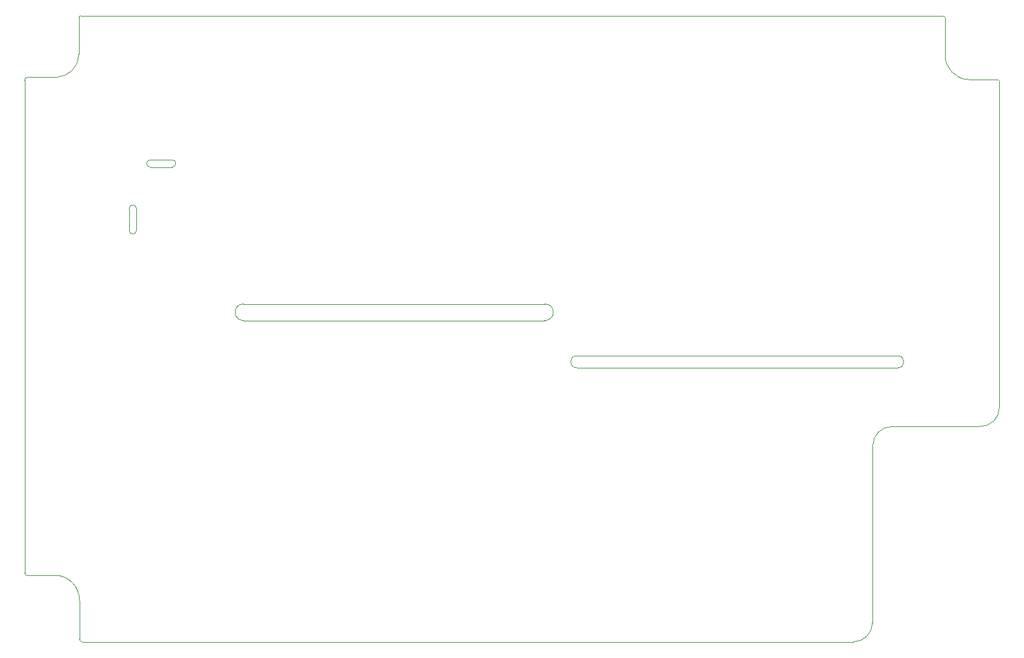
<source format=gbr>
%TF.GenerationSoftware,KiCad,Pcbnew,8.0.4*%
%TF.CreationDate,2024-09-09T03:45:20+02:00*%
%TF.ProjectId,hamodule,68616d6f-6475-46c6-952e-6b696361645f,20240908.24.8-2*%
%TF.SameCoordinates,Original*%
%TF.FileFunction,Profile,NP*%
%FSLAX46Y46*%
G04 Gerber Fmt 4.6, Leading zero omitted, Abs format (unit mm)*
G04 Created by KiCad (PCBNEW 8.0.4) date 2024-09-09 03:45:20*
%MOMM*%
%LPD*%
G01*
G04 APERTURE LIST*
%TA.AperFunction,Profile*%
%ADD10C,0.050000*%
%TD*%
G04 APERTURE END LIST*
D10*
X122224000Y83268400D02*
X7494710Y83309821D01*
X24000Y9168400D02*
X24001Y74718400D01*
X16738600Y63169800D02*
X19634200Y63169800D01*
X7323084Y5458461D02*
X7324916Y368400D01*
X424000Y75135924D02*
X4253289Y75118400D01*
X122224000Y83268400D02*
G75*
G02*
X122424000Y83068400I0J-200000D01*
G01*
X4025832Y8867484D02*
X324000Y8868400D01*
X125524000Y74818400D02*
G75*
G02*
X122423162Y78086503I100000J3200000D01*
G01*
X14897600Y54762400D02*
G75*
G02*
X13932400Y54762400I-482600J0D01*
G01*
X13932400Y57658000D02*
G75*
G02*
X14897600Y57658000I482600J0D01*
G01*
X24001Y74718400D02*
G75*
G02*
X424000Y75135869I399899J17200D01*
G01*
X7254901Y78218400D02*
G75*
G02*
X4253289Y75118411I-3101601J0D01*
G01*
X29124000Y42768400D02*
G75*
G02*
X29124000Y44968400I0J1100000D01*
G01*
X116124000Y36468400D02*
X73424000Y36468400D01*
X7254901Y78218400D02*
X7253289Y83068400D01*
X73424000Y36468400D02*
G75*
G02*
X73424000Y38068400I0J800000D01*
G01*
X125524000Y74818400D02*
X129424000Y74818400D01*
X112787204Y26111200D02*
X112750600Y2542000D01*
X73424000Y38068400D02*
X116124000Y38068400D01*
X122423162Y78086503D02*
X122424000Y83068400D01*
X324000Y8868400D02*
G75*
G02*
X24000Y9168400I0J300000D01*
G01*
X7724000Y-31600D02*
G75*
G02*
X7324000Y368400I0J400000D01*
G01*
X19634200Y64135000D02*
X16738600Y64135000D01*
X4025832Y8867484D02*
G75*
G02*
X7323082Y5458461I-2J-3299084D01*
G01*
X19634200Y64135000D02*
G75*
G02*
X19634200Y63169800I0J-482600D01*
G01*
X129639604Y31209253D02*
G75*
G02*
X127099604Y28669196I-2540004J-53D01*
G01*
X13932400Y57658000D02*
X13932400Y54762400D01*
X29124000Y44968400D02*
X69224000Y44968400D01*
X110210600Y2000D02*
X7724000Y-31600D01*
X69224000Y42768400D02*
X29124000Y42768400D01*
X116124000Y38068400D02*
G75*
G02*
X116124000Y36468400I0J-800000D01*
G01*
X69224000Y44968400D02*
G75*
G02*
X69224000Y42768400I0J-1100000D01*
G01*
X115327204Y28651200D02*
X127099604Y28669253D01*
X112787204Y26111200D02*
G75*
G02*
X115327204Y28651196I2539996J0D01*
G01*
X129624000Y74618400D02*
X129639604Y31209253D01*
X112750600Y2542000D02*
G75*
G02*
X110210600Y2000I-2540000J0D01*
G01*
X16738600Y63169800D02*
G75*
G02*
X16738600Y64135000I0J482600D01*
G01*
X129424000Y74818400D02*
G75*
G02*
X129624000Y74618400I0J-200000D01*
G01*
X7253289Y83068400D02*
G75*
G02*
X7494710Y83309811I241411J0D01*
G01*
X14897600Y54762400D02*
X14897600Y57658000D01*
M02*

</source>
